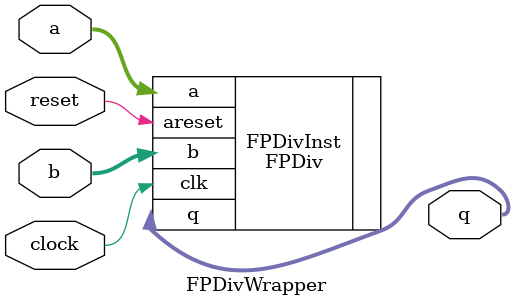
<source format=v>
module FPDivWrapper (
    input  wire clock,
    input  wire reset,
    input  wire [31:0] a,
    input  wire [31:0] b,
    output wire [31:0] q
  );

  parameter LATENCY = 32;

  FPDiv#(.LATENCY(LATENCY)) FPDivInst (
    .clk(clock)
  , .areset(reset)
  , .a(a)
  , .b(b)
  , .q(q)
  );
endmodule

</source>
